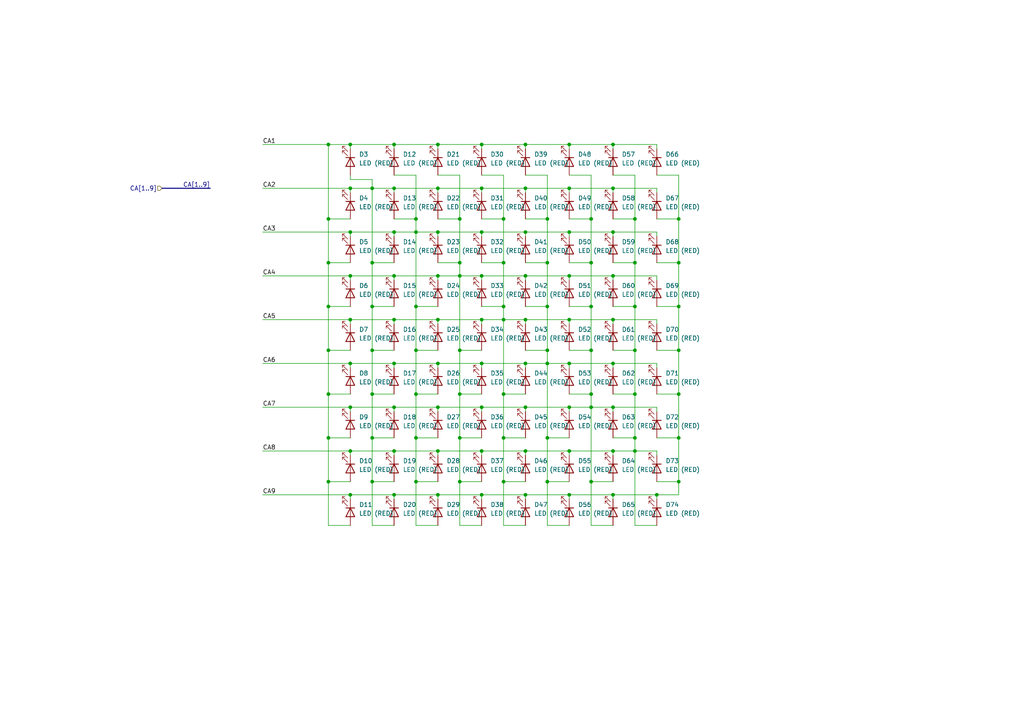
<source format=kicad_sch>
(kicad_sch (version 20230121) (generator eeschema)
  (paper "A4")
  (lib_symbols
    (symbol "Device:LED" (pin_numbers hide) (pin_names (offset 1.016) hide)
      (property "Reference" "D" (at 0 2.54 0))
      (property "Value" "LED" (at 0 -2.54 0))
      (symbol "LED_0_1"
        (polyline (pts (xy -1.27 -1.27) (xy -1.27 1.27)) (stroke (width 0.254)))
        (polyline (pts (xy -1.27 0) (xy 1.27 0)))
        (polyline (pts (xy 1.27 -1.27) (xy 1.27 1.27) (xy -1.27 0) (xy 1.27 -1.27)) (stroke (width 0.254)))
        (polyline (pts (xy -3.048 -0.762) (xy -4.572 -2.286) (xy -3.81 -2.286) (xy -4.572 -2.286) (xy -4.572 -1.524)))
        (polyline (pts (xy -1.778 -0.762) (xy -3.302 -2.286) (xy -2.54 -2.286) (xy -3.302 -2.286) (xy -3.302 -1.524)))
      )
      (symbol "LED_1_1"
        (pin passive line (at -3.81 0 0) (length 2.54) (name "K") (number "1"))
        (pin passive line (at 3.81 0 180) (length 2.54) (name "A") (number "2"))
      )
    )
  )
  (junction (at 139.7 92.71))
  (junction (at 165.1 130.81))
  (junction (at 171.45 76.2))
  (junction (at 139.7 54.61))
  (junction (at 95.25 101.6))
  (junction (at 107.95 139.7))
  (junction (at 101.6 143.51))
  (junction (at 139.7 67.31))
  (junction (at 139.7 143.51))
  (junction (at 152.4 41.91))
  (junction (at 101.6 92.71))
  (junction (at 196.85 127))
  (junction (at 184.15 127))
  (junction (at 196.85 114.3))
  (junction (at 146.05 92.71))
  (junction (at 133.35 139.7))
  (junction (at 152.4 130.81))
  (junction (at 171.45 139.7))
  (junction (at 165.1 92.71))
  (junction (at 165.1 54.61))
  (junction (at 171.45 63.5))
  (junction (at 177.8 143.51))
  (junction (at 95.25 127))
  (junction (at 114.3 67.31))
  (junction (at 101.6 67.31))
  (junction (at 107.95 127))
  (junction (at 190.5 143.51))
  (junction (at 165.1 143.51))
  (junction (at 114.3 41.91))
  (junction (at 127 105.41))
  (junction (at 171.45 118.11))
  (junction (at 196.85 63.5))
  (junction (at 120.65 88.9))
  (junction (at 177.8 118.11))
  (junction (at 133.35 63.5))
  (junction (at 114.3 54.61))
  (junction (at 95.25 76.2))
  (junction (at 120.65 139.7))
  (junction (at 196.85 76.2))
  (junction (at 152.4 118.11))
  (junction (at 114.3 92.71))
  (junction (at 133.35 80.01))
  (junction (at 177.8 54.61))
  (junction (at 107.95 88.9))
  (junction (at 146.05 63.5))
  (junction (at 139.7 80.01))
  (junction (at 139.7 130.81))
  (junction (at 127 92.71))
  (junction (at 101.6 80.01))
  (junction (at 146.05 127))
  (junction (at 95.25 139.7))
  (junction (at 146.05 76.2))
  (junction (at 184.15 101.6))
  (junction (at 177.8 130.81))
  (junction (at 184.15 130.81))
  (junction (at 152.4 80.01))
  (junction (at 184.15 76.2))
  (junction (at 152.4 54.61))
  (junction (at 184.15 114.3))
  (junction (at 114.3 105.41))
  (junction (at 127 54.61))
  (junction (at 133.35 101.6))
  (junction (at 139.7 105.41))
  (junction (at 107.95 54.61))
  (junction (at 107.95 114.3))
  (junction (at 139.7 41.91))
  (junction (at 127 41.91))
  (junction (at 120.65 127))
  (junction (at 171.45 101.6))
  (junction (at 158.75 76.2))
  (junction (at 114.3 80.01))
  (junction (at 184.15 88.9))
  (junction (at 101.6 105.41))
  (junction (at 152.4 67.31))
  (junction (at 196.85 88.9))
  (junction (at 158.75 139.7))
  (junction (at 127 118.11))
  (junction (at 127 80.01))
  (junction (at 158.75 105.41))
  (junction (at 152.4 92.71))
  (junction (at 177.8 105.41))
  (junction (at 177.8 67.31))
  (junction (at 165.1 67.31))
  (junction (at 177.8 92.71))
  (junction (at 127 67.31))
  (junction (at 196.85 101.6))
  (junction (at 171.45 114.3))
  (junction (at 120.65 114.3))
  (junction (at 152.4 143.51))
  (junction (at 158.75 101.6))
  (junction (at 177.8 80.01))
  (junction (at 133.35 114.3))
  (junction (at 120.65 67.31))
  (junction (at 196.85 139.7))
  (junction (at 107.95 76.2))
  (junction (at 127 130.81))
  (junction (at 95.25 114.3))
  (junction (at 165.1 41.91))
  (junction (at 165.1 118.11))
  (junction (at 95.25 41.91))
  (junction (at 184.15 63.5))
  (junction (at 133.35 76.2))
  (junction (at 152.4 105.41))
  (junction (at 165.1 80.01))
  (junction (at 177.8 41.91))
  (junction (at 158.75 63.5))
  (junction (at 127 143.51))
  (junction (at 158.75 88.9))
  (junction (at 146.05 139.7))
  (junction (at 146.05 114.3))
  (junction (at 95.25 63.5))
  (junction (at 133.35 127))
  (junction (at 120.65 63.5))
  (junction (at 95.25 88.9))
  (junction (at 146.05 88.9))
  (junction (at 165.1 105.41))
  (junction (at 107.95 101.6))
  (junction (at 171.45 88.9))
  (junction (at 114.3 143.51))
  (junction (at 158.75 127))
  (junction (at 101.6 118.11))
  (junction (at 101.6 41.91))
  (junction (at 114.3 118.11))
  (junction (at 101.6 54.61))
  (junction (at 139.7 118.11))
  (junction (at 101.6 130.81))
  (junction (at 120.65 101.6))
  (junction (at 114.3 130.81))
  (wire (pts (xy 190.5 118.11) (xy 190.5 119.38)))
  (wire (pts (xy 152.4 80.01) (xy 152.4 81.28)))
  (wire (pts (xy 152.4 130.81) (xy 152.4 132.08)))
  (wire (pts (xy 101.6 80.01) (xy 114.3 80.01)))
  (wire (pts (xy 146.05 88.9) (xy 139.7 88.9)))
  (wire (pts (xy 158.75 105.41) (xy 158.75 127)))
  (wire (pts (xy 177.8 41.91) (xy 190.5 41.91)))
  (wire (pts (xy 120.65 67.31) (xy 127 67.31)))
  (wire (pts (xy 127 143.51) (xy 127 144.78)))
  (wire (pts (xy 165.1 80.01) (xy 165.1 81.28)))
  (wire (pts (xy 190.5 80.01) (xy 190.5 81.28)))
  (wire (pts (xy 95.25 127) (xy 95.25 139.7)))
  (wire (pts (xy 95.25 152.4) (xy 101.6 152.4)))
  (wire (pts (xy 107.95 76.2) (xy 107.95 88.9)))
  (wire (pts (xy 152.4 143.51) (xy 165.1 143.51)))
  (wire (pts (xy 101.6 67.31) (xy 114.3 67.31)))
  (wire (pts (xy 95.25 114.3) (xy 101.6 114.3)))
  (wire (pts (xy 146.05 127) (xy 146.05 139.7)))
  (wire (pts (xy 133.35 80.01) (xy 133.35 101.6)))
  (wire (pts (xy 196.85 63.5) (xy 190.5 63.5)))
  (wire (pts (xy 133.35 127) (xy 133.35 139.7)))
  (wire (pts (xy 171.45 118.11) (xy 177.8 118.11)))
  (wire (pts (xy 177.8 80.01) (xy 177.8 81.28)))
  (wire (pts (xy 139.7 54.61) (xy 139.7 55.88)))
  (wire (pts (xy 139.7 54.61) (xy 152.4 54.61)))
  (wire (pts (xy 171.45 63.5) (xy 165.1 63.5)))
  (wire (pts (xy 127 41.91) (xy 127 43.18)))
  (wire (pts (xy 101.6 118.11) (xy 114.3 118.11)))
  (wire (pts (xy 139.7 92.71) (xy 146.05 92.71)))
  (wire (pts (xy 146.05 50.8) (xy 146.05 63.5)))
  (wire (pts (xy 152.4 118.11) (xy 165.1 118.11)))
  (wire (pts (xy 139.7 41.91) (xy 139.7 43.18)))
  (wire (pts (xy 177.8 67.31) (xy 190.5 67.31)))
  (wire (pts (xy 101.6 130.81) (xy 114.3 130.81)))
  (wire (pts (xy 127 130.81) (xy 127 132.08)))
  (wire (pts (xy 114.3 105.41) (xy 114.3 106.68)))
  (wire (pts (xy 120.65 67.31) (xy 120.65 88.9)))
  (wire (pts (xy 165.1 105.41) (xy 165.1 106.68)))
  (wire (pts (xy 133.35 50.8) (xy 133.35 63.5)))
  (wire (pts (xy 184.15 63.5) (xy 177.8 63.5)))
  (wire (pts (xy 184.15 114.3) (xy 177.8 114.3)))
  (wire (pts (xy 95.25 88.9) (xy 101.6 88.9)))
  (wire (pts (xy 120.65 114.3) (xy 120.65 127)))
  (wire (pts (xy 190.5 50.8) (xy 196.85 50.8)))
  (wire (pts (xy 196.85 88.9) (xy 190.5 88.9)))
  (wire (pts (xy 127 54.61) (xy 127 55.88)))
  (wire (pts (xy 127 41.91) (xy 139.7 41.91)))
  (wire (pts (xy 146.05 152.4) (xy 152.4 152.4)))
  (wire (pts (xy 76.2 143.51) (xy 101.6 143.51)))
  (wire (pts (xy 101.6 144.78) (xy 101.6 143.51)))
  (wire (pts (xy 139.7 67.31) (xy 139.7 68.58)))
  (wire (pts (xy 171.45 114.3) (xy 165.1 114.3)))
  (wire (pts (xy 165.1 143.51) (xy 165.1 144.78)))
  (wire (pts (xy 127 80.01) (xy 127 81.28)))
  (wire (pts (xy 120.65 139.7) (xy 127 139.7)))
  (wire (pts (xy 127 92.71) (xy 139.7 92.71)))
  (wire (pts (xy 177.8 92.71) (xy 177.8 93.98)))
  (wire (pts (xy 114.3 130.81) (xy 114.3 132.08)))
  (wire (pts (xy 120.65 139.7) (xy 120.65 152.4)))
  (wire (pts (xy 120.65 88.9) (xy 120.65 101.6)))
  (wire (pts (xy 107.95 76.2) (xy 114.3 76.2)))
  (wire (pts (xy 171.45 139.7) (xy 171.45 152.4)))
  (wire (pts (xy 152.4 67.31) (xy 152.4 68.58)))
  (wire (pts (xy 114.3 41.91) (xy 127 41.91)))
  (wire (pts (xy 177.8 88.9) (xy 184.15 88.9)))
  (wire (pts (xy 120.65 50.8) (xy 120.65 63.5)))
  (wire (pts (xy 158.75 101.6) (xy 152.4 101.6)))
  (wire (pts (xy 133.35 101.6) (xy 133.35 114.3)))
  (wire (pts (xy 101.6 50.8) (xy 101.6 52.07)))
  (wire (pts (xy 146.05 127) (xy 152.4 127)))
  (wire (pts (xy 114.3 41.91) (xy 114.3 43.18)))
  (wire (pts (xy 165.1 41.91) (xy 177.8 41.91)))
  (wire (pts (xy 146.05 114.3) (xy 146.05 127)))
  (wire (pts (xy 165.1 67.31) (xy 177.8 67.31)))
  (wire (pts (xy 196.85 127) (xy 190.5 127)))
  (wire (pts (xy 101.6 55.88) (xy 101.6 54.61)))
  (wire (pts (xy 114.3 105.41) (xy 127 105.41)))
  (wire (pts (xy 133.35 152.4) (xy 139.7 152.4)))
  (wire (pts (xy 152.4 105.41) (xy 152.4 106.68)))
  (wire (pts (xy 139.7 143.51) (xy 152.4 143.51)))
  (wire (pts (xy 190.5 54.61) (xy 190.5 55.88)))
  (wire (pts (xy 171.45 118.11) (xy 171.45 139.7)))
  (wire (pts (xy 101.6 41.91) (xy 114.3 41.91)))
  (wire (pts (xy 76.2 92.71) (xy 101.6 92.71)))
  (wire (pts (xy 101.6 105.41) (xy 114.3 105.41)))
  (wire (pts (xy 177.8 118.11) (xy 177.8 119.38)))
  (wire (pts (xy 107.95 88.9) (xy 114.3 88.9)))
  (wire (pts (xy 120.65 101.6) (xy 127 101.6)))
  (wire (pts (xy 152.4 41.91) (xy 152.4 43.18)))
  (wire (pts (xy 152.4 92.71) (xy 165.1 92.71)))
  (wire (pts (xy 107.95 139.7) (xy 107.95 152.4)))
  (wire (pts (xy 196.85 76.2) (xy 190.5 76.2)))
  (wire (pts (xy 165.1 54.61) (xy 177.8 54.61)))
  (wire (pts (xy 171.45 88.9) (xy 171.45 101.6)))
  (wire (pts (xy 127 67.31) (xy 127 68.58)))
  (wire (pts (xy 114.3 50.8) (xy 120.65 50.8)))
  (wire (pts (xy 152.4 54.61) (xy 152.4 55.88)))
  (wire (pts (xy 107.95 152.4) (xy 114.3 152.4)))
  (wire (pts (xy 76.2 130.81) (xy 101.6 130.81)))
  (wire (pts (xy 146.05 63.5) (xy 139.7 63.5)))
  (wire (pts (xy 177.8 54.61) (xy 177.8 55.88)))
  (wire (pts (xy 190.5 143.51) (xy 196.85 143.51)))
  (wire (pts (xy 114.3 118.11) (xy 114.3 119.38)))
  (wire (pts (xy 190.5 105.41) (xy 190.5 106.68)))
  (wire (pts (xy 184.15 130.81) (xy 190.5 130.81)))
  (wire (pts (xy 76.2 54.61) (xy 101.6 54.61)))
  (wire (pts (xy 158.75 127) (xy 158.75 139.7)))
  (wire (pts (xy 152.4 92.71) (xy 152.4 93.98)))
  (wire (pts (xy 158.75 127) (xy 165.1 127)))
  (wire (pts (xy 76.2 80.01) (xy 101.6 80.01)))
  (wire (pts (xy 158.75 63.5) (xy 152.4 63.5)))
  (wire (pts (xy 158.75 88.9) (xy 158.75 101.6)))
  (wire (pts (xy 95.25 76.2) (xy 101.6 76.2)))
  (wire (pts (xy 177.8 130.81) (xy 177.8 132.08)))
  (wire (pts (xy 133.35 80.01) (xy 139.7 80.01)))
  (wire (pts (xy 158.75 76.2) (xy 152.4 76.2)))
  (wire (pts (xy 127 50.8) (xy 133.35 50.8)))
  (wire (pts (xy 152.4 41.91) (xy 165.1 41.91)))
  (wire (pts (xy 107.95 139.7) (xy 114.3 139.7)))
  (wire (pts (xy 101.6 81.28) (xy 101.6 80.01)))
  (wire (pts (xy 114.3 92.71) (xy 127 92.71)))
  (wire (pts (xy 184.15 127) (xy 177.8 127)))
  (wire (pts (xy 158.75 50.8) (xy 158.75 63.5)))
  (wire (pts (xy 101.6 52.07) (xy 107.95 52.07)))
  (bus (pts (xy 60.96 54.61) (xy 46.99 54.61)))
  (wire (pts (xy 114.3 80.01) (xy 114.3 81.28)))
  (wire (pts (xy 120.65 88.9) (xy 127 88.9)))
  (wire (pts (xy 120.65 127) (xy 127 127)))
  (wire (pts (xy 107.95 54.61) (xy 107.95 76.2)))
  (wire (pts (xy 114.3 92.71) (xy 114.3 93.98)))
  (wire (pts (xy 196.85 88.9) (xy 196.85 101.6)))
  (wire (pts (xy 139.7 41.91) (xy 152.4 41.91)))
  (wire (pts (xy 171.45 50.8) (xy 171.45 63.5)))
  (wire (pts (xy 127 92.71) (xy 127 93.98)))
  (wire (pts (xy 127 67.31) (xy 139.7 67.31)))
  (wire (pts (xy 133.35 139.7) (xy 133.35 152.4)))
  (wire (pts (xy 152.4 67.31) (xy 165.1 67.31)))
  (wire (pts (xy 177.8 105.41) (xy 190.5 105.41)))
  (wire (pts (xy 177.8 67.31) (xy 177.8 68.58)))
  (wire (pts (xy 95.25 63.5) (xy 101.6 63.5)))
  (wire (pts (xy 114.3 143.51) (xy 114.3 144.78)))
  (wire (pts (xy 177.8 143.51) (xy 177.8 144.78)))
  (wire (pts (xy 196.85 114.3) (xy 196.85 127)))
  (wire (pts (xy 114.3 118.11) (xy 127 118.11)))
  (wire (pts (xy 190.5 67.31) (xy 190.5 68.58)))
  (wire (pts (xy 196.85 139.7) (xy 190.5 139.7)))
  (wire (pts (xy 107.95 54.61) (xy 114.3 54.61)))
  (wire (pts (xy 101.6 119.38) (xy 101.6 118.11)))
  (wire (pts (xy 101.6 54.61) (xy 107.95 54.61)))
  (wire (pts (xy 107.95 101.6) (xy 114.3 101.6)))
  (wire (pts (xy 184.15 127) (xy 184.15 130.81)))
  (wire (pts (xy 139.7 118.11) (xy 152.4 118.11)))
  (wire (pts (xy 139.7 143.51) (xy 139.7 144.78)))
  (wire (pts (xy 190.5 143.51) (xy 190.5 144.78)))
  (wire (pts (xy 165.1 92.71) (xy 165.1 93.98)))
  (wire (pts (xy 101.6 68.58) (xy 101.6 67.31)))
  (wire (pts (xy 184.15 76.2) (xy 184.15 88.9)))
  (wire (pts (xy 196.85 50.8) (xy 196.85 63.5)))
  (wire (pts (xy 107.95 114.3) (xy 114.3 114.3)))
  (wire (pts (xy 127 105.41) (xy 127 106.68)))
  (wire (pts (xy 95.25 101.6) (xy 95.25 114.3)))
  (wire (pts (xy 114.3 80.01) (xy 127 80.01)))
  (wire (pts (xy 165.1 130.81) (xy 165.1 132.08)))
  (wire (pts (xy 127 80.01) (xy 133.35 80.01)))
  (wire (pts (xy 165.1 118.11) (xy 171.45 118.11)))
  (wire (pts (xy 139.7 105.41) (xy 139.7 106.68)))
  (wire (pts (xy 177.8 50.8) (xy 184.15 50.8)))
  (wire (pts (xy 196.85 101.6) (xy 190.5 101.6)))
  (wire (pts (xy 107.95 127) (xy 114.3 127)))
  (wire (pts (xy 133.35 127) (xy 139.7 127)))
  (wire (pts (xy 95.25 88.9) (xy 95.25 101.6)))
  (wire (pts (xy 152.4 130.81) (xy 165.1 130.81)))
  (wire (pts (xy 133.35 101.6) (xy 139.7 101.6)))
  (wire (pts (xy 101.6 93.98) (xy 101.6 92.71)))
  (wire (pts (xy 152.4 54.61) (xy 165.1 54.61)))
  (wire (pts (xy 146.05 139.7) (xy 152.4 139.7)))
  (wire (pts (xy 196.85 101.6) (xy 196.85 114.3)))
  (wire (pts (xy 152.4 105.41) (xy 158.75 105.41)))
  (wire (pts (xy 146.05 139.7) (xy 146.05 152.4)))
  (wire (pts (xy 101.6 92.71) (xy 114.3 92.71)))
  (wire (pts (xy 171.45 152.4) (xy 177.8 152.4)))
  (wire (pts (xy 95.25 76.2) (xy 95.25 88.9)))
  (wire (pts (xy 152.4 80.01) (xy 165.1 80.01)))
  (wire (pts (xy 114.3 54.61) (xy 114.3 55.88)))
  (wire (pts (xy 139.7 105.41) (xy 152.4 105.41)))
  (wire (pts (xy 76.2 67.31) (xy 101.6 67.31)))
  (wire (pts (xy 171.45 114.3) (xy 171.45 118.11)))
  (wire (pts (xy 95.25 139.7) (xy 101.6 139.7)))
  (wire (pts (xy 190.5 130.81) (xy 190.5 132.08)))
  (wire (pts (xy 120.65 63.5) (xy 114.3 63.5)))
  (wire (pts (xy 120.65 63.5) (xy 120.65 67.31)))
  (wire (pts (xy 177.8 41.91) (xy 177.8 43.18)))
  (wire (pts (xy 177.8 54.61) (xy 190.5 54.61)))
  (wire (pts (xy 171.45 63.5) (xy 171.45 76.2)))
  (wire (pts (xy 165.1 50.8) (xy 171.45 50.8)))
  (wire (pts (xy 177.8 130.81) (xy 184.15 130.81)))
  (wire (pts (xy 184.15 50.8) (xy 184.15 63.5)))
  (wire (pts (xy 165.1 54.61) (xy 165.1 55.88)))
  (wire (pts (xy 184.15 152.4) (xy 190.5 152.4)))
  (wire (pts (xy 158.75 101.6) (xy 158.75 105.41)))
  (wire (pts (xy 177.8 92.71) (xy 190.5 92.71)))
  (wire (pts (xy 127 118.11) (xy 139.7 118.11)))
  (wire (pts (xy 196.85 63.5) (xy 196.85 76.2)))
  (wire (pts (xy 152.4 143.51) (xy 152.4 144.78)))
  (wire (pts (xy 107.95 101.6) (xy 107.95 114.3)))
  (wire (pts (xy 184.15 114.3) (xy 184.15 127)))
  (wire (pts (xy 114.3 143.51) (xy 127 143.51)))
  (wire (pts (xy 152.4 50.8) (xy 158.75 50.8)))
  (wire (pts (xy 139.7 50.8) (xy 146.05 50.8)))
  (wire (pts (xy 139.7 118.11) (xy 139.7 119.38)))
  (wire (pts (xy 127 143.51) (xy 139.7 143.51)))
  (wire (pts (xy 146.05 92.71) (xy 146.05 114.3)))
  (wire (pts (xy 184.15 101.6) (xy 177.8 101.6)))
  (wire (pts (xy 165.1 105.41) (xy 177.8 105.41)))
  (wire (pts (xy 177.8 105.41) (xy 177.8 106.68)))
  (wire (pts (xy 95.25 41.91) (xy 101.6 41.91)))
  (wire (pts (xy 152.4 118.11) (xy 152.4 119.38)))
  (wire (pts (xy 120.65 127) (xy 120.65 139.7)))
  (wire (pts (xy 127 105.41) (xy 139.7 105.41)))
  (wire (pts (xy 139.7 80.01) (xy 139.7 81.28)))
  (wire (pts (xy 139.7 130.81) (xy 139.7 132.08)))
  (wire (pts (xy 177.8 80.01) (xy 190.5 80.01)))
  (wire (pts (xy 120.65 101.6) (xy 120.65 114.3)))
  (wire (pts (xy 95.25 127) (xy 101.6 127)))
  (wire (pts (xy 190.5 41.91) (xy 190.5 43.18)))
  (wire (pts (xy 107.95 114.3) (xy 107.95 127)))
  (wire (pts (xy 158.75 105.41) (xy 165.1 105.41)))
  (wire (pts (xy 127 76.2) (xy 133.35 76.2)))
  (wire (pts (xy 95.25 41.91) (xy 95.25 63.5)))
  (wire (pts (xy 158.75 88.9) (xy 152.4 88.9)))
  (wire (pts (xy 139.7 92.71) (xy 139.7 93.98)))
  (wire (pts (xy 107.95 52.07) (xy 107.95 54.61)))
  (wire (pts (xy 127 130.81) (xy 139.7 130.81)))
  (wire (pts (xy 133.35 76.2) (xy 133.35 80.01)))
  (wire (pts (xy 196.85 139.7) (xy 196.85 143.51)))
  (wire (pts (xy 165.1 67.31) (xy 165.1 68.58)))
  (wire (pts (xy 184.15 130.81) (xy 184.15 152.4)))
  (wire (pts (xy 184.15 88.9) (xy 184.15 101.6)))
  (wire (pts (xy 158.75 76.2) (xy 158.75 88.9)))
  (wire (pts (xy 120.65 114.3) (xy 127 114.3)))
  (wire (pts (xy 177.8 143.51) (xy 190.5 143.51)))
  (wire (pts (xy 158.75 139.7) (xy 158.75 152.4)))
  (wire (pts (xy 165.1 118.11) (xy 165.1 119.38)))
  (wire (pts (xy 196.85 114.3) (xy 190.5 114.3)))
  (wire (pts (xy 158.75 139.7) (xy 165.1 139.7)))
  (wire (pts (xy 95.25 63.5) (xy 95.25 76.2)))
  (wire (pts (xy 165.1 92.71) (xy 177.8 92.71)))
  (wire (pts (xy 146.05 63.5) (xy 146.05 76.2)))
  (wire (pts (xy 146.05 114.3) (xy 152.4 114.3)))
  (wire (pts (xy 76.2 41.91) (xy 95.25 41.91)))
  (wire (pts (xy 171.45 88.9) (xy 165.1 88.9)))
  (wire (pts (xy 158.75 63.5) (xy 158.75 76.2)))
  (wire (pts (xy 95.25 139.7) (xy 95.25 152.4)))
  (wire (pts (xy 139.7 80.01) (xy 152.4 80.01)))
  (wire (pts (xy 101.6 132.08) (xy 101.6 130.81)))
  (wire (pts (xy 95.25 101.6) (xy 101.6 101.6)))
  (wire (pts (xy 196.85 127) (xy 196.85 139.7)))
  (wire (pts (xy 165.1 80.01) (xy 177.8 80.01)))
  (wire (pts (xy 76.2 118.11) (xy 101.6 118.11)))
  (wire (pts (xy 184.15 63.5) (xy 184.15 76.2)))
  (wire (pts (xy 139.7 67.31) (xy 152.4 67.31)))
  (wire (pts (xy 107.95 127) (xy 107.95 139.7)))
  (wire (pts (xy 184.15 101.6) (xy 184.15 114.3)))
  (wire (pts (xy 133.35 63.5) (xy 127 63.5)))
  (wire (pts (xy 196.85 76.2) (xy 196.85 88.9)))
  (wire (pts (xy 133.35 114.3) (xy 133.35 127)))
  (wire (pts (xy 101.6 43.18) (xy 101.6 41.91)))
  (wire (pts (xy 133.35 139.7) (xy 139.7 139.7)))
  (wire (pts (xy 165.1 130.81) (xy 177.8 130.81)))
  (wire (pts (xy 133.35 76.2) (xy 133.35 63.5)))
  (wire (pts (xy 114.3 54.61) (xy 127 54.61)))
  (wire (pts (xy 184.15 76.2) (xy 177.8 76.2)))
  (wire (pts (xy 139.7 130.81) (xy 152.4 130.81)))
  (wire (pts (xy 101.6 106.68) (xy 101.6 105.41)))
  (wire (pts (xy 120.65 152.4) (xy 127 152.4)))
  (wire (pts (xy 101.6 143.51) (xy 114.3 143.51)))
  (wire (pts (xy 76.2 105.41) (xy 101.6 105.41)))
  (wire (pts (xy 171.45 101.6) (xy 171.45 114.3)))
  (wire (pts (xy 165.1 41.91) (xy 165.1 43.18)))
  (wire (pts (xy 146.05 88.9) (xy 146.05 92.71)))
  (wire (pts (xy 177.8 118.11) (xy 190.5 118.11)))
  (wire (pts (xy 133.35 114.3) (xy 139.7 114.3)))
  (wire (pts (xy 146.05 76.2) (xy 139.7 76.2)))
  (wire (pts (xy 107.95 88.9) (xy 107.95 101.6)))
  (wire (pts (xy 171.45 76.2) (xy 171.45 88.9)))
  (wire (pts (xy 127 118.11) (xy 127 119.38)))
  (wire (pts (xy 190.5 92.71) (xy 190.5 93.98)))
  (wire (pts (xy 114.3 67.31) (xy 120.65 67.31)))
  (wire (pts (xy 165.1 143.51) (xy 177.8 143.51)))
  (wire (pts (xy 146.05 92.71) (xy 152.4 92.71)))
  (wire (pts (xy 146.05 76.2) (xy 146.05 88.9)))
  (wire (pts (xy 127 54.61) (xy 139.7 54.61)))
  (wire (pts (xy 171.45 101.6) (xy 165.1 101.6)))
  (wire (pts (xy 171.45 76.2) (xy 165.1 76.2)))
  (wire (pts (xy 95.25 114.3) (xy 95.25 127)))
  (wire (pts (xy 158.75 152.4) (xy 165.1 152.4)))
  (wire (pts (xy 114.3 67.31) (xy 114.3 68.58)))
  (wire (pts (xy 114.3 130.81) (xy 127 130.81)))
  (wire (pts (xy 171.45 139.7) (xy 177.8 139.7)))
  (label "CA5" (at 76.2 92.71 0))
  (label "CA9" (at 76.2 143.51 0))
  (label "CA[1..9]" (at 60.96 54.61 180))
  (label "CA3" (at 76.2 67.31 0))
  (label "CA1" (at 76.2 41.91 0))
  (label "CA7" (at 76.2 118.11 0))
  (label "CA2" (at 76.2 54.61 0))
  (label "CA6" (at 76.2 105.41 0))
  (label "CA8" (at 76.2 130.81 0))
  (label "CA4" (at 76.2 80.01 0))
  (hierarchical_label "CA[1..9]" (shape input) (at 46.99 54.61 180))
  (symbol (lib_id "Device:LED") (at 152.4 148.59 270) (unit 1)
    (property "Reference" "D47" (at 154.94 146.3675 90) (effects (justify left)))
    (property "Value" "LED (RED)" (at 154.94 148.9075 90) (effects (justify left)))
    (property "Footprint" "LED_SMD:LED_0603_1608Metric" (effects hide))
  )
  (symbol (lib_id "Device:LED") (at 165.1 123.19 270) (unit 1)
    (property "Reference" "D54" (at 167.64 120.9675 90) (effects (justify left)))
    (property "Value" "LED (RED)" (at 167.64 123.5075 90) (effects (justify left)))
    (property "Footprint" "LED_SMD:LED_0603_1608Metric" (effects hide))
  )
  (symbol (lib_id "Device:LED") (at 127 135.89 270) (unit 1)
    (property "Reference" "D28" (at 129.54 133.6675 90) (effects (justify left)))
    (property "Value" "LED (RED)" (at 129.54 136.2075 90) (effects (justify left)))
    (property "Footprint" "LED_SMD:LED_0603_1608Metric" (effects hide))
  )
  (symbol (lib_id "Device:LED") (at 101.6 135.89 270) (unit 1)
    (property "Reference" "D10" (at 104.14 133.6675 90) (effects (justify left)))
    (property "Value" "LED (RED)" (at 104.14 136.2075 90) (effects (justify left)))
    (property "Footprint" "LED_SMD:LED_0603_1608Metric" (effects hide))
  )
  (symbol (lib_id "Device:LED") (at 177.8 85.09 270) (unit 1)
    (property "Reference" "D60" (at 180.34 82.8675 90) (effects (justify left)))
    (property "Value" "LED (RED)" (at 180.34 85.4075 90) (effects (justify left)))
    (property "Footprint" "LED_SMD:LED_0603_1608Metric" (effects hide))
  )
  (symbol (lib_id "Device:LED") (at 139.7 97.79 270) (unit 1)
    (property "Reference" "D34" (at 142.24 95.5675 90) (effects (justify left)))
    (property "Value" "LED (RED)" (at 142.24 98.1075 90) (effects (justify left)))
    (property "Footprint" "LED_SMD:LED_0603_1608Metric" (effects hide))
  )
  (symbol (lib_id "Device:LED") (at 177.8 123.19 270) (unit 1)
    (property "Reference" "D63" (at 180.34 120.9675 90) (effects (justify left)))
    (property "Value" "LED (RED)" (at 180.34 123.5075 90) (effects (justify left)))
    (property "Footprint" "LED_SMD:LED_0603_1608Metric" (effects hide))
  )
  (symbol (lib_id "Device:LED") (at 139.7 135.89 270) (unit 1)
    (property "Reference" "D37" (at 142.24 133.6675 90) (effects (justify left)))
    (property "Value" "LED (RED)" (at 142.24 136.2075 90) (effects (justify left)))
    (property "Footprint" "LED_SMD:LED_0603_1608Metric" (effects hide))
  )
  (symbol (lib_id "Device:LED") (at 165.1 59.69 270) (unit 1)
    (property "Reference" "D49" (at 167.64 57.4675 90) (effects (justify left)))
    (property "Value" "LED (RED)" (at 167.64 60.0075 90) (effects (justify left)))
    (property "Footprint" "LED_SMD:LED_0603_1608Metric" (effects hide))
  )
  (symbol (lib_id "Device:LED") (at 190.5 85.09 270) (unit 1)
    (property "Reference" "D69" (at 193.04 82.8675 90) (effects (justify left)))
    (property "Value" "LED (RED)" (at 193.04 85.4075 90) (effects (justify left)))
    (property "Footprint" "LED_SMD:LED_0603_1608Metric" (effects hide))
  )
  (symbol (lib_id "Device:LED") (at 101.6 148.59 270) (unit 1)
    (property "Reference" "D11" (at 104.14 146.3675 90) (effects (justify left)))
    (property "Value" "LED (RED)" (at 104.14 148.9075 90) (effects (justify left)))
    (property "Footprint" "LED_SMD:LED_0603_1608Metric" (effects hide))
  )
  (symbol (lib_id "Device:LED") (at 127 85.09 270) (unit 1)
    (property "Reference" "D24" (at 129.54 82.8675 90) (effects (justify left)))
    (property "Value" "LED (RED)" (at 129.54 85.4075 90) (effects (justify left)))
    (property "Footprint" "LED_SMD:LED_0603_1608Metric" (effects hide))
  )
  (symbol (lib_id "Device:LED") (at 152.4 135.89 270) (unit 1)
    (property "Reference" "D46" (at 154.94 133.6675 90) (effects (justify left)))
    (property "Value" "LED (RED)" (at 154.94 136.2075 90) (effects (justify left)))
    (property "Footprint" "LED_SMD:LED_0603_1608Metric" (effects hide))
  )
  (symbol (lib_id "Device:LED") (at 165.1 97.79 270) (unit 1)
    (property "Reference" "D52" (at 167.64 95.5675 90) (effects (justify left)))
    (property "Value" "LED (RED)" (at 167.64 98.1075 90) (effects (justify left)))
    (property "Footprint" "LED_SMD:LED_0603_1608Metric" (effects hide))
  )
  (symbol (lib_id "Device:LED") (at 152.4 110.49 270) (unit 1)
    (property "Reference" "D44" (at 154.94 108.2675 90) (effects (justify left)))
    (property "Value" "LED (RED)" (at 154.94 110.8075 90) (effects (justify left)))
    (property "Footprint" "LED_SMD:LED_0603_1608Metric" (effects hide))
  )
  (symbol (lib_id "Device:LED") (at 165.1 46.99 270) (unit 1)
    (property "Reference" "D48" (at 167.64 44.7675 90) (effects (justify left)))
    (property "Value" "LED (RED)" (at 167.64 47.3075 90) (effects (justify left)))
    (property "Footprint" "LED_SMD:LED_0603_1608Metric" (effects hide))
  )
  (symbol (lib_id "Device:LED") (at 152.4 46.99 270) (unit 1)
    (property "Reference" "D39" (at 154.94 44.7675 90) (effects (justify left)))
    (property "Value" "LED (RED)" (at 154.94 47.3075 90) (effects (justify left)))
    (property "Footprint" "LED_SMD:LED_0603_1608Metric" (effects hide))
  )
  (symbol (lib_id "Device:LED") (at 114.3 72.39 270) (unit 1)
    (property "Reference" "D14" (at 116.84 70.1675 90) (effects (justify left)))
    (property "Value" "LED (RED)" (at 116.84 72.7075 90) (effects (justify left)))
    (property "Footprint" "LED_SMD:LED_0603_1608Metric" (effects hide))
  )
  (symbol (lib_id "Device:LED") (at 165.1 110.49 270) (unit 1)
    (property "Reference" "D53" (at 167.64 108.2675 90) (effects (justify left)))
    (property "Value" "LED (RED)" (at 167.64 110.8075 90) (effects (justify left)))
    (property "Footprint" "LED_SMD:LED_0603_1608Metric" (effects hide))
  )
  (symbol (lib_id "Device:LED") (at 190.5 148.59 270) (unit 1)
    (property "Reference" "D74" (at 193.04 146.3675 90) (effects (justify left)))
    (property "Value" "LED (RED)" (at 193.04 148.9075 90) (effects (justify left)))
    (property "Footprint" "LED_SMD:LED_0603_1608Metric" (effects hide))
  )
  (symbol (lib_id "Device:LED") (at 139.7 72.39 270) (unit 1)
    (property "Reference" "D32" (at 142.24 70.1675 90) (effects (justify left)))
    (property "Value" "LED (RED)" (at 142.24 72.7075 90) (effects (justify left)))
    (property "Footprint" "LED_SMD:LED_0603_1608Metric" (effects hide))
  )
  (symbol (lib_id "Device:LED") (at 101.6 46.99 270) (unit 1)
    (property "Reference" "D3" (at 104.14 44.7675 90) (effects (justify left)))
    (property "Value" "LED (RED)" (at 104.14 47.3075 90) (effects (justify left)))
    (property "Footprint" "LED_SMD:LED_0603_1608Metric" (effects hide))
  )
  (symbol (lib_id "Device:LED") (at 114.3 46.99 270) (unit 1)
    (property "Reference" "D12" (at 116.84 44.7675 90) (effects (justify left)))
    (property "Value" "LED (RED)" (at 116.84 47.3075 90) (effects (justify left)))
    (property "Footprint" "LED_SMD:LED_0603_1608Metric" (effects hide))
  )
  (symbol (lib_id "Device:LED") (at 152.4 72.39 270) (unit 1)
    (property "Reference" "D41" (at 154.94 70.1675 90) (effects (justify left)))
    (property "Value" "LED (RED)" (at 154.94 72.7075 90) (effects (justify left)))
    (property "Footprint" "LED_SMD:LED_0603_1608Metric" (effects hide))
  )
  (symbol (lib_id "Device:LED") (at 101.6 72.39 270) (unit 1)
    (property "Reference" "D5" (at 104.14 70.1675 90) (effects (justify left)))
    (property "Value" "LED (RED)" (at 104.14 72.7075 90) (effects (justify left)))
    (property "Footprint" "LED_SMD:LED_0603_1608Metric" (effects hide))
  )
  (symbol (lib_id "Device:LED") (at 177.8 135.89 270) (unit 1)
    (property "Reference" "D64" (at 180.34 133.6675 90) (effects (justify left)))
    (property "Value" "LED (RED)" (at 180.34 136.2075 90) (effects (justify left)))
    (property "Footprint" "LED_SMD:LED_0603_1608Metric" (effects hide))
  )
  (symbol (lib_id "Device:LED") (at 190.5 97.79 270) (unit 1)
    (property "Reference" "D70" (at 193.04 95.5675 90) (effects (justify left)))
    (property "Value" "LED (RED)" (at 193.04 98.1075 90) (effects (justify left)))
    (property "Footprint" "LED_SMD:LED_0603_1608Metric" (effects hide))
  )
  (symbol (lib_id "Device:LED") (at 139.7 85.09 270) (unit 1)
    (property "Reference" "D33" (at 142.24 82.8675 90) (effects (justify left)))
    (property "Value" "LED (RED)" (at 142.24 85.4075 90) (effects (justify left)))
    (property "Footprint" "LED_SMD:LED_0603_1608Metric" (effects hide))
  )
  (symbol (lib_id "Device:LED") (at 114.3 135.89 270) (unit 1)
    (property "Reference" "D19" (at 116.84 133.6675 90) (effects (justify left)))
    (property "Value" "LED (RED)" (at 116.84 136.2075 90) (effects (justify left)))
    (property "Footprint" "LED_SMD:LED_0603_1608Metric" (effects hide))
  )
  (symbol (lib_id "Device:LED") (at 190.5 72.39 270) (unit 1)
    (property "Reference" "D68" (at 193.04 70.1675 90) (effects (justify left)))
    (property "Value" "LED (RED)" (at 193.04 72.7075 90) (effects (justify left)))
    (property "Footprint" "LED_SMD:LED_0603_1608Metric" (effects hide))
  )
  (symbol (lib_id "Device:LED") (at 114.3 123.19 270) (unit 1)
    (property "Reference" "D18" (at 116.84 120.9675 90) (effects (justify left)))
    (property "Value" "LED (RED)" (at 116.84 123.5075 90) (effects (justify left)))
    (property "Footprint" "LED_SMD:LED_0603_1608Metric" (effects hide))
  )
  (symbol (lib_id "Device:LED") (at 101.6 97.79 270) (unit 1)
    (property "Reference" "D7" (at 104.14 95.5675 90) (effects (justify left)))
    (property "Value" "LED (RED)" (at 104.14 98.1075 90) (effects (justify left)))
    (property "Footprint" "LED_SMD:LED_0603_1608Metric" (effects hide))
  )
  (symbol (lib_id "Device:LED") (at 152.4 123.19 270) (unit 1)
    (property "Reference" "D45" (at 154.94 120.9675 90) (effects (justify left)))
    (property "Value" "LED (RED)" (at 154.94 123.5075 90) (effects (justify left)))
    (property "Footprint" "LED_SMD:LED_0603_1608Metric" (effects hide))
  )
  (symbol (lib_id "Device:LED") (at 139.7 123.19 270) (unit 1)
    (property "Reference" "D36" (at 142.24 120.9675 90) (effects (justify left)))
    (property "Value" "LED (RED)" (at 142.24 123.5075 90) (effects (justify left)))
    (property "Footprint" "LED_SMD:LED_0603_1608Metric" (effects hide))
  )
  (symbol (lib_id "Device:LED") (at 127 123.19 270) (unit 1)
    (property "Reference" "D27" (at 129.54 120.9675 90) (effects (justify left)))
    (property "Value" "LED (RED)" (at 129.54 123.5075 90) (effects (justify left)))
    (property "Footprint" "LED_SMD:LED_0603_1608Metric" (effects hide))
  )
  (symbol (lib_id "Device:LED") (at 101.6 85.09 270) (unit 1)
    (property "Reference" "D6" (at 104.14 82.8675 90) (effects (justify left)))
    (property "Value" "LED (RED)" (at 104.14 85.4075 90) (effects (justify left)))
    (property "Footprint" "LED_SMD:LED_0603_1608Metric" (effects hide))
  )
  (symbol (lib_id "Device:LED") (at 127 59.69 270) (unit 1)
    (property "Reference" "D22" (at 129.54 57.4675 90) (effects (justify left)))
    (property "Value" "LED (RED)" (at 129.54 60.0075 90) (effects (justify left)))
    (property "Footprint" "LED_SMD:LED_0603_1608Metric" (effects hide))
  )
  (symbol (lib_id "Device:LED") (at 127 110.49 270) (unit 1)
    (property "Reference" "D26" (at 129.54 108.2675 90) (effects (justify left)))
    (property "Value" "LED (RED)" (at 129.54 110.8075 90) (effects (justify left)))
    (property "Footprint" "LED_SMD:LED_0603_1608Metric" (effects hide))
  )
  (symbol (lib_id "Device:LED") (at 190.5 123.19 270) (unit 1)
    (property "Reference" "D72" (at 193.04 120.9675 90) (effects (justify left)))
    (property "Value" "LED (RED)" (at 193.04 123.5075 90) (effects (justify left)))
    (property "Footprint" "LED_SMD:LED_0603_1608Metric" (effects hide))
  )
  (symbol (lib_id "Device:LED") (at 177.8 72.39 270) (unit 1)
    (property "Reference" "D59" (at 180.34 70.1675 90) (effects (justify left)))
    (property "Value" "LED (RED)" (at 180.34 72.7075 90) (effects (justify left)))
    (property "Footprint" "LED_SMD:LED_0603_1608Metric" (effects hide))
  )
  (symbol (lib_id "Device:LED") (at 177.8 148.59 270) (unit 1)
    (property "Reference" "D65" (at 180.34 146.3675 90) (effects (justify left)))
    (property "Value" "LED (RED)" (at 180.34 148.9075 90) (effects (justify left)))
    (property "Footprint" "LED_SMD:LED_0603_1608Metric" (effects hide))
  )
  (symbol (lib_id "Device:LED") (at 152.4 97.79 270) (unit 1)
    (property "Reference" "D43" (at 154.94 95.5675 90) (effects (justify left)))
    (property "Value" "LED (RED)" (at 154.94 98.1075 90) (effects (justify left)))
    (property "Footprint" "LED_SMD:LED_0603_1608Metric" (effects hide))
  )
  (symbol (lib_id "Device:LED") (at 114.3 85.09 270) (unit 1)
    (property "Reference" "D15" (at 116.84 82.8675 90) (effects (justify left)))
    (property "Value" "LED (RED)" (at 116.84 85.4075 90) (effects (justify left)))
    (property "Footprint" "LED_SMD:LED_0603_1608Metric" (effects hide))
  )
  (symbol (lib_id "Device:LED") (at 139.7 46.99 270) (unit 1)
    (property "Reference" "D30" (at 142.24 44.7675 90) (effects (justify left)))
    (property "Value" "LED (RED)" (at 142.24 47.3075 90) (effects (justify left)))
    (property "Footprint" "LED_SMD:LED_0603_1608Metric" (effects hide))
  )
  (symbol (lib_id "Device:LED") (at 101.6 110.49 270) (unit 1)
    (property "Reference" "D8" (at 104.14 108.2675 90) (effects (justify left)))
    (property "Value" "LED (RED)" (at 104.14 110.8075 90) (effects (justify left)))
    (property "Footprint" "LED_SMD:LED_0603_1608Metric" (effects hide))
  )
  (symbol (lib_id "Device:LED") (at 101.6 59.69 270) (unit 1)
    (property "Reference" "D4" (at 104.14 57.4675 90) (effects (justify left)))
    (property "Value" "LED (RED)" (at 104.14 60.0075 90) (effects (justify left)))
    (property "Footprint" "LED_SMD:LED_0603_1608Metric" (effects hide))
  )
  (symbol (lib_id "Device:LED") (at 127 148.59 270) (unit 1)
    (property "Reference" "D29" (at 129.54 146.3675 90) (effects (justify left)))
    (property "Value" "LED (RED)" (at 129.54 148.9075 90) (effects (justify left)))
    (property "Footprint" "LED_SMD:LED_0603_1608Metric" (effects hide))
  )
  (symbol (lib_id "Device:LED") (at 114.3 110.49 270) (unit 1)
    (property "Reference" "D17" (at 116.84 108.2675 90) (effects (justify left)))
    (property "Value" "LED (RED)" (at 116.84 110.8075 90) (effects (justify left)))
    (property "Footprint" "LED_SMD:LED_0603_1608Metric" (effects hide))
  )
  (symbol (lib_id "Device:LED") (at 139.7 59.69 270) (unit 1)
    (property "Reference" "D31" (at 142.24 57.4675 90) (effects (justify left)))
    (property "Value" "LED (RED)" (at 142.24 60.0075 90) (effects (justify left)))
    (property "Footprint" "LED_SMD:LED_0603_1608Metric" (effects hide))
  )
  (symbol (lib_id "Device:LED") (at 139.7 110.49 270) (unit 1)
    (property "Reference" "D35" (at 142.24 108.2675 90) (effects (justify left)))
    (property "Value" "LED (RED)" (at 142.24 110.8075 90) (effects (justify left)))
    (property "Footprint" "LED_SMD:LED_0603_1608Metric" (effects hide))
  )
  (symbol (lib_id "Device:LED") (at 165.1 72.39 270) (unit 1)
    (property "Reference" "D50" (at 167.64 70.1675 90) (effects (justify left)))
    (property "Value" "LED (RED)" (at 167.64 72.7075 90) (effects (justify left)))
    (property "Footprint" "LED_SMD:LED_0603_1608Metric" (effects hide))
  )
  (symbol (lib_id "Device:LED") (at 177.8 110.49 270) (unit 1)
    (property "Reference" "D62" (at 180.34 108.2675 90) (effects (justify left)))
    (property "Value" "LED (RED)" (at 180.34 110.8075 90) (effects (justify left)))
    (property "Footprint" "LED_SMD:LED_0603_1608Metric" (effects hide))
  )
  (symbol (lib_id "Device:LED") (at 190.5 59.69 270) (unit 1)
    (property "Reference" "D67" (at 193.04 57.4675 90) (effects (justify left)))
    (property "Value" "LED (RED)" (at 193.04 60.0075 90) (effects (justify left)))
    (property "Footprint" "LED_SMD:LED_0603_1608Metric" (effects hide))
  )
  (symbol (lib_id "Device:LED") (at 139.7 148.59 270) (unit 1)
    (property "Reference" "D38" (at 142.24 146.3675 90) (effects (justify left)))
    (property "Value" "LED (RED)" (at 142.24 148.9075 90) (effects (justify left)))
    (property "Footprint" "LED_SMD:LED_0603_1608Metric" (effects hide))
  )
  (symbol (lib_id "Device:LED") (at 177.8 46.99 270) (unit 1)
    (property "Reference" "D57" (at 180.34 44.7675 90) (effects (justify left)))
    (property "Value" "LED (RED)" (at 180.34 47.3075 90) (effects (justify left)))
    (property "Footprint" "LED_SMD:LED_0603_1608Metric" (effects hide))
  )
  (symbol (lib_id "Device:LED") (at 177.8 97.79 270) (unit 1)
    (property "Reference" "D61" (at 180.34 95.5675 90) (effects (justify left)))
    (property "Value" "LED (RED)" (at 180.34 98.1075 90) (effects (justify left)))
    (property "Footprint" "LED_SMD:LED_0603_1608Metric" (effects hide))
  )
  (symbol (lib_id "Device:LED") (at 101.6 123.19 270) (unit 1)
    (property "Reference" "D9" (at 104.14 120.9675 90) (effects (justify left)))
    (property "Value" "LED (RED)" (at 104.14 123.5075 90) (effects (justify left)))
    (property "Footprint" "LED_SMD:LED_0603_1608Metric" (effects hide))
  )
  (symbol (lib_id "Device:LED") (at 165.1 148.59 270) (unit 1)
    (property "Reference" "D56" (at 167.64 146.3675 90) (effects (justify left)))
    (property "Value" "LED (RED)" (at 167.64 148.9075 90) (effects (justify left)))
    (property "Footprint" "LED_SMD:LED_0603_1608Metric" (effects hide))
  )
  (symbol (lib_id "Device:LED") (at 190.5 135.89 270) (unit 1)
    (property "Reference" "D73" (at 193.04 133.6675 90) (effects (justify left)))
    (property "Value" "LED (RED)" (at 193.04 136.2075 90) (effects (justify left)))
    (property "Footprint" "LED_SMD:LED_0603_1608Metric" (effects hide))
  )
  (symbol (lib_id "Device:LED") (at 190.5 46.99 270) (unit 1)
    (property "Reference" "D66" (at 193.04 44.7675 90) (effects (justify left)))
    (property "Value" "LED (RED)" (at 193.04 47.3075 90) (effects (justify left)))
    (property "Footprint" "LED_SMD:LED_0603_1608Metric" (effects hide))
  )
  (symbol (lib_id "Device:LED") (at 114.3 59.69 270) (unit 1)
    (property "Reference" "D13" (at 116.84 57.4675 90) (effects (justify left)))
    (property "Value" "LED (RED)" (at 116.84 60.0075 90) (effects (justify left)))
    (property "Footprint" "LED_SMD:LED_0603_1608Metric" (effects hide))
  )
  (symbol (lib_id "Device:LED") (at 177.8 59.69 270) (unit 1)
    (property "Reference" "D58" (at 180.34 57.4675 90) (effects (justify left)))
    (property "Value" "LED (RED)" (at 180.34 60.0075 90) (effects (justify left)))
    (property "Footprint" "LED_SMD:LED_0603_1608Metric" (effects hide))
  )
  (symbol (lib_id "Device:LED") (at 127 97.79 270) (unit 1)
    (property "Reference" "D25" (at 129.54 95.5675 90) (effects (justify left)))
    (property "Value" "LED (RED)" (at 129.54 98.1075 90) (effects (justify left)))
    (property "Footprint" "LED_SMD:LED_0603_1608Metric" (effects hide))
  )
  (symbol (lib_id "Device:LED") (at 127 46.99 270) (unit 1)
    (property "Reference" "D21" (at 129.54 44.7675 90) (effects (justify left)))
    (property "Value" "LED (RED)" (at 129.54 47.3075 90) (effects (justify left)))
    (property "Footprint" "LED_SMD:LED_0603_1608Metric" (effects hide))
  )
  (symbol (lib_id "Device:LED") (at 152.4 59.69 270) (unit 1)
    (property "Reference" "D40" (at 154.94 57.4675 90) (effects (justify left)))
    (property "Value" "LED (RED)" (at 154.94 60.0075 90) (effects (justify left)))
    (property "Footprint" "LED_SMD:LED_0603_1608Metric" (effects hide))
  )
  (symbol (lib_id "Device:LED") (at 114.3 148.59 270) (unit 1)
    (property "Reference" "D20" (at 116.84 146.3675 90) (effects (justify left)))
    (property "Value" "LED (RED)" (at 116.84 148.9075 90) (effects (justify left)))
    (property "Footprint" "LED_SMD:LED_0603_1608Metric" (effects hide))
  )
  (symbol (lib_id "Device:LED") (at 165.1 135.89 270) (unit 1)
    (property "Reference" "D55" (at 167.64 133.6675 90) (effects (justify left)))
    (property "Value" "LED (RED)" (at 167.64 136.2075 90) (effects (justify left)))
    (property "Footprint" "LED_SMD:LED_0603_1608Metric" (effects hide))
  )
  (symbol (lib_id "Device:LED") (at 127 72.39 270) (unit 1)
    (property "Reference" "D23" (at 129.54 70.1675 90) (effects (justify left)))
    (property "Value" "LED (RED)" (at 129.54 72.7075 90) (effects (justify left)))
    (property "Footprint" "LED_SMD:LED_0603_1608Metric" (effects hide))
  )
  (symbol (lib_id "Device:LED") (at 114.3 97.79 270) (unit 1)
    (property "Reference" "D16" (at 116.84 95.5675 90) (effects (justify left)))
    (property "Value" "LED (RED)" (at 116.84 98.1075 90) (effects (justify left)))
    (property "Footprint" "LED_SMD:LED_0603_1608Metric" (effects hide))
  )
  (symbol (lib_id "Device:LED") (at 190.5 110.49 270) (unit 1)
    (property "Reference" "D71" (at 193.04 108.2675 90) (effects (justify left)))
    (property "Value" "LED (RED)" (at 193.04 110.8075 90) (effects (justify left)))
    (property "Footprint" "LED_SMD:LED_0603_1608Metric" (effects hide))
  )
  (symbol (lib_id "Device:LED") (at 152.4 85.09 270) (unit 1)
    (property "Reference" "D42" (at 154.94 82.8675 90) (effects (justify left)))
    (property "Value" "LED (RED)" (at 154.94 85.4075 90) (effects (justify left)))
    (property "Footprint" "LED_SMD:LED_0603_1608Metric" (effects hide))
  )
  (symbol (lib_id "Device:LED") (at 165.1 85.09 270) (unit 1)
    (property "Reference" "D51" (at 167.64 82.8675 90) (effects (justify left)))
    (property "Value" "LED (RED)" (at 167.64 85.4075 90) (effects (justify left)))
    (property "Footprint" "LED_SMD:LED_0603_1608Metric" (effects hide))
  )
)
</source>
